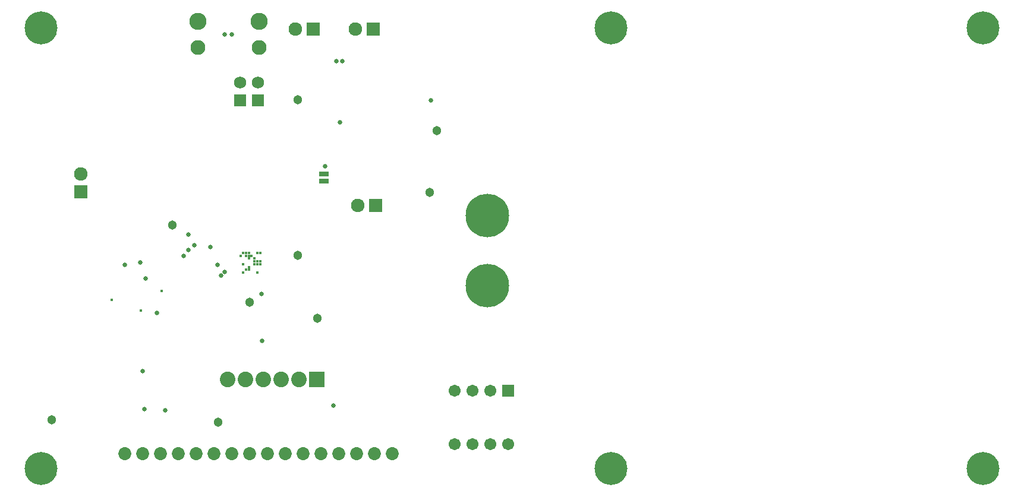
<source format=gbr>
%TF.GenerationSoftware,Altium Limited,Altium Designer,19.0.15 (446)*%
G04 Layer_Color=16711935*
%FSLAX45Y45*%
%MOMM*%
%TF.FileFunction,Soldermask,Bot*%
%TF.Part,Single*%
G01*
G75*
%TA.AperFunction,SMDPad,CuDef*%
%ADD71R,1.40320X0.70320*%
%TA.AperFunction,ComponentPad*%
%ADD72C,1.85320*%
%TA.AperFunction,TestPad*%
%ADD73C,1.30320*%
%TA.AperFunction,ViaPad*%
%ADD74C,4.70320*%
%TA.AperFunction,ComponentPad*%
%ADD75R,1.70320X1.70320*%
%ADD76C,1.70320*%
%ADD77C,1.73320*%
%ADD78R,1.73320X1.73320*%
%ADD79C,2.10320*%
%ADD80C,2.45320*%
%ADD81C,6.20320*%
%ADD82C,1.92820*%
%ADD83R,1.92820X1.92820*%
%ADD84R,1.92820X1.92820*%
%ADD85R,2.22820X2.22820*%
%ADD86C,2.22820*%
%TA.AperFunction,ViaPad*%
%ADD87C,0.45320*%
%ADD88C,0.63500*%
%ADD89C,0.66040*%
D71*
X4483100Y4572000D02*
D03*
Y4673600D02*
D03*
D72*
X1651000Y685801D02*
D03*
X1905000D02*
D03*
X2159000D02*
D03*
X2413000D02*
D03*
X2667000D02*
D03*
X2921000D02*
D03*
X3175000D02*
D03*
X3429000D02*
D03*
X3683000D02*
D03*
X3937000D02*
D03*
X4191000D02*
D03*
X4445000D02*
D03*
X4699000D02*
D03*
X4953000D02*
D03*
X5207000D02*
D03*
X5461000D02*
D03*
D73*
X609600Y1170803D02*
D03*
X2324100Y3949700D02*
D03*
X2979420Y1135380D02*
D03*
X4109720Y5731632D02*
D03*
X3429000Y2844800D02*
D03*
X4109720Y3517900D02*
D03*
X6096000Y5295900D02*
D03*
X4391660Y2618740D02*
D03*
X5989320Y4411980D02*
D03*
D74*
X8572500Y475080D02*
D03*
Y6756500D02*
D03*
X13876019D02*
D03*
Y475080D02*
D03*
X454660D02*
D03*
Y6756500D02*
D03*
D75*
X7112000Y1589990D02*
D03*
D76*
X6858000D02*
D03*
X6604000D02*
D03*
X6350000D02*
D03*
Y827990D02*
D03*
X6604000D02*
D03*
X6858000D02*
D03*
X7112000D02*
D03*
D77*
X3543300Y5981700D02*
D03*
X3289300D02*
D03*
D78*
X3543300Y5727700D02*
D03*
X3289300D02*
D03*
D79*
X3559400Y6476120D02*
D03*
X2695400D02*
D03*
D80*
X3559400Y6856120D02*
D03*
X2695400D02*
D03*
D81*
X6814299Y3081400D02*
D03*
Y4081398D02*
D03*
D82*
X1021080Y4676240D02*
D03*
X4965700Y4229100D02*
D03*
X4935220Y6746122D02*
D03*
X4077401D02*
D03*
D83*
X1021080Y4422240D02*
D03*
D84*
X5219700Y4229100D02*
D03*
X5189220Y6746122D02*
D03*
X4331401D02*
D03*
D85*
X4381399Y1746121D02*
D03*
D86*
X4127399D02*
D03*
X3873399D02*
D03*
X3619399D02*
D03*
X3365399D02*
D03*
X3111399D02*
D03*
D87*
X3377403Y3310900D02*
D03*
X1879600Y2730500D02*
D03*
X3577403Y3550900D02*
D03*
X1460500Y2882900D02*
D03*
X3417403Y3470900D02*
D03*
X3457403Y3511761D02*
D03*
X3417403Y3510900D02*
D03*
X3377403D02*
D03*
X3417403Y3550900D02*
D03*
X3577403Y3390900D02*
D03*
X3537403D02*
D03*
X3577403Y3430900D02*
D03*
X3537403D02*
D03*
X3497403Y3470900D02*
D03*
Y3430900D02*
D03*
X3537403Y3550900D02*
D03*
Y3270900D02*
D03*
X3497403Y3390900D02*
D03*
X2171700Y3009900D02*
D03*
X3337403Y3270900D02*
D03*
Y3390900D02*
D03*
X3297403Y3510900D02*
D03*
X3417403Y3310900D02*
D03*
Y3350900D02*
D03*
X3337403Y3550900D02*
D03*
X3377403D02*
D03*
D88*
X1651000Y3378200D02*
D03*
X1930400Y1320800D02*
D03*
X1905000Y1866900D02*
D03*
X1866900Y3416300D02*
D03*
X3600920Y2965081D02*
D03*
X2222500Y1308100D02*
D03*
X3073400Y3276600D02*
D03*
X4711700Y5410200D02*
D03*
X3022600Y3226401D02*
D03*
X2971800Y3378200D02*
D03*
X6007100Y5727700D02*
D03*
X4622800Y1371600D02*
D03*
X4500548Y4787900D02*
D03*
X3606800Y2298700D02*
D03*
X2108200Y2694940D02*
D03*
X1943100Y3185003D02*
D03*
X2489200Y3505200D02*
D03*
X2552700Y3594100D02*
D03*
X2641600Y3657600D02*
D03*
X2870200Y3632200D02*
D03*
X2552700Y3810000D02*
D03*
X4749800Y6286500D02*
D03*
X3175000Y6667500D02*
D03*
X4660900Y6286500D02*
D03*
D89*
X3075400Y6665500D02*
D03*
%TF.MD5,b2b46c4e298dcf0e8598a29255be42c6*%
M02*

</source>
